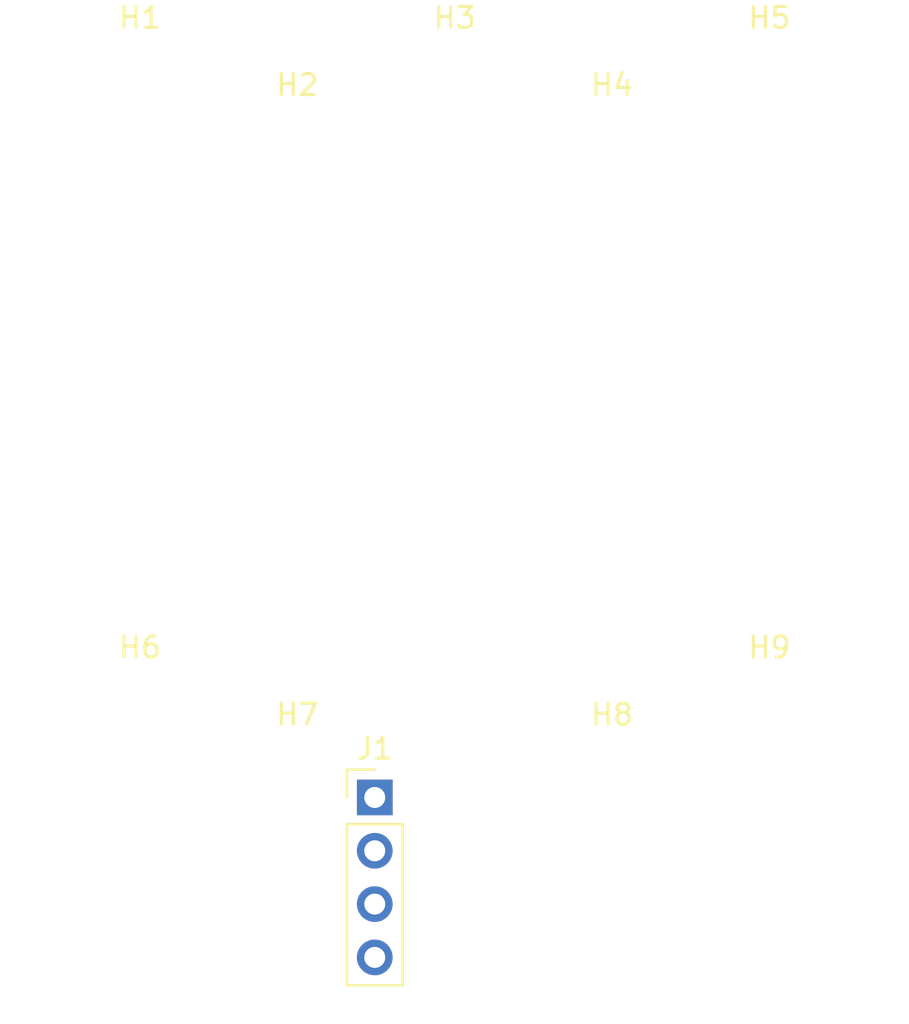
<source format=kicad_pcb>
(kicad_pcb (version 20221018) (generator pcbnew)
  (layers (0 "F.Cu" signal) (31 "B.Cu" signal) (34 "B.Paste" user) (35 "F.Paste" user) (36 "B.SilkS" user "B.Silkscreen") (37 "F.SilkS" user "F.Silkscreen") (38 "B.Mask" user) (39 "F.Mask" user) (44 "Edge.Cuts" user))
  (net 0 "")
  (footprint "oomlout_oomp_part_footprints:mhm3_electronic_mounting_hole_m3" (layer "F.Cu") (at -7.5 -15.0 0)
    (fp_text reference "H2" (at 0 -4.2) (layer "F.SilkS"))
    (fp_text value "mhm3")
    (pad "" np_thru_hole circle (at 0 0 0.0) (size 3.2 3.2) (drill 3.2) (layers *.Cu *.Mask))
  )
  (footprint "oomlout_oomp_part_footprints:hi14p_electronic_header_2d54_mm_4_pin" (layer "F.Cu") (at -3.81 14.75 0)
    (fp_text reference "J1" (at 0 -2.33) (layer "F.SilkS"))
    (fp_text value "hi14p_electronic_header_2d54_mm_4_pin")
    (fp_line (start -1.33 -1.33) (end 0 -1.33) (layer "F.SilkS") (stroke (width 0.12)))
    (fp_line (start -1.33 0) (end -1.33 -1.33) (layer "F.SilkS") (stroke (width 0.12)))
    (fp_line (start -1.33 1.27) (end -1.33 8.95) (layer "F.SilkS") (stroke (width 0.12)))
    (fp_line (start -1.33 1.27) (end 1.33 1.27) (layer "F.SilkS") (stroke (width 0.12)))
    (fp_line (start -1.33 8.95) (end 1.33 8.95) (layer "F.SilkS") (stroke (width 0.12)))
    (fp_line (start 1.33 1.27) (end 1.33 8.95) (layer "F.SilkS") (stroke (width 0.12)))
    (pad "1" thru_hole rect (at 0 0 0.0) (size 1.7 1.7) (drill 1) (layers *.Cu *.Mask))
    (pad "2" thru_hole oval (at 0 2.54 0.0) (size 1.7 1.7) (drill 1) (layers *.Cu *.Mask))
    (pad "3" thru_hole oval (at 0 5.08 0.0) (size 1.7 1.7) (drill 1) (layers *.Cu *.Mask))
    (pad "4" thru_hole oval (at 0 7.62 0.0) (size 1.7 1.7) (drill 1) (layers *.Cu *.Mask))
  )
  (footprint "oomlout_oomp_part_footprints:mhm6_electronic_mounting_hole_m6" (layer "F.Cu") (at 15.0 15.0 0)
    (fp_text reference "H9" (at 0 -7.4) (layer "F.SilkS"))
    (fp_text value "mhm6")
    (pad "" np_thru_hole circle (at 0 0 0.0) (size 6.4 6.4) (drill 6.4) (layers *.Cu *.Mask))
  )
  (footprint "oomlout_oomp_part_footprints:mhm6_electronic_mounting_hole_m6" (layer "F.Cu") (at 0.0 -15.0 0)
    (fp_text reference "H3" (at 0 -7.4) (layer "F.SilkS"))
    (fp_text value "mhm6")
    (pad "" np_thru_hole circle (at 0 0 0.0) (size 6.4 6.4) (drill 6.4) (layers *.Cu *.Mask))
  )
  (footprint "oomlout_oomp_part_footprints:mhm6_electronic_mounting_hole_m6" (layer "F.Cu") (at 15.0 -15.0 0)
    (fp_text reference "H5" (at 0 -7.4) (layer "F.SilkS"))
    (fp_text value "mhm6")
    (pad "" np_thru_hole circle (at 0 0 0.0) (size 6.4 6.4) (drill 6.4) (layers *.Cu *.Mask))
  )
  (footprint "oomlout_oomp_part_footprints:mhm3_electronic_mounting_hole_m3" (layer "F.Cu") (at 7.5 15.0 0)
    (fp_text reference "H8" (at 0 -4.2) (layer "F.SilkS"))
    (fp_text value "mhm3")
    (pad "" np_thru_hole circle (at 0 0 0.0) (size 3.2 3.2) (drill 3.2) (layers *.Cu *.Mask))
  )
  (footprint "oomlout_oomp_part_footprints:mhm6_electronic_mounting_hole_m6" (layer "F.Cu") (at -15.0 -15.0 0)
    (fp_text reference "H1" (at 0 -7.4) (layer "F.SilkS"))
    (fp_text value "mhm6")
    (pad "" np_thru_hole circle (at 0 0 0.0) (size 6.4 6.4) (drill 6.4) (layers *.Cu *.Mask))
  )
  (footprint "oomlout_oomp_part_footprints:mhm3_electronic_mounting_hole_m3" (layer "F.Cu") (at -7.5 15.0 0)
    (fp_text reference "H7" (at 0 -4.2) (layer "F.SilkS"))
    (fp_text value "mhm3")
    (pad "" np_thru_hole circle (at 0 0 0.0) (size 3.2 3.2) (drill 3.2) (layers *.Cu *.Mask))
  )
  (footprint "oomlout_oomp_part_footprints:mhm3_electronic_mounting_hole_m3" (layer "F.Cu") (at 7.5 -15.0 0)
    (fp_text reference "H4" (at 0 -4.2) (layer "F.SilkS"))
    (fp_text value "mhm3")
    (pad "" np_thru_hole circle (at 0 0 0.0) (size 3.2 3.2) (drill 3.2) (layers *.Cu *.Mask))
  )
  (footprint "oomlout_oomp_part_footprints:mhm6_electronic_mounting_hole_m6" (layer "F.Cu") (at -15.0 15.0 0)
    (fp_text reference "H6" (at 0 -7.4) (layer "F.SilkS"))
    (fp_text value "mhm6")
    (pad "" np_thru_hole circle (at 0 0 0.0) (size 6.4 6.4) (drill 6.4) (layers *.Cu *.Mask))
  )
)
</source>
